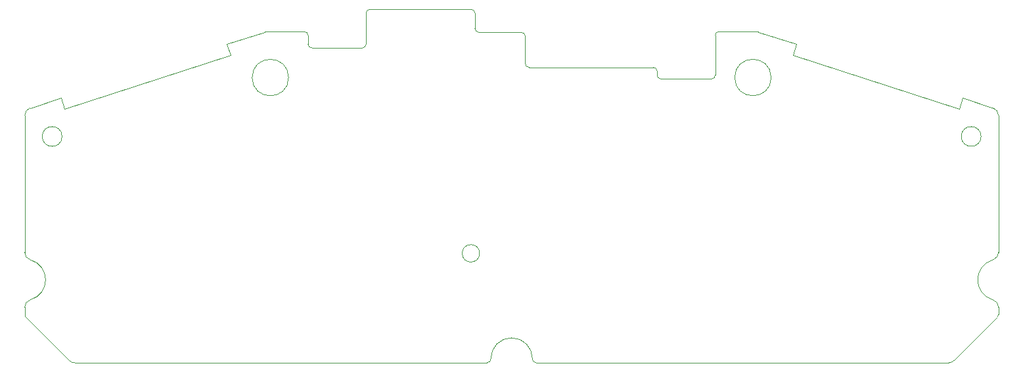
<source format=gbr>
%TF.GenerationSoftware,KiCad,Pcbnew,7.0.6*%
%TF.CreationDate,2023-09-26T11:41:46-07:00*%
%TF.ProjectId,UniSNES,556e6953-4e45-4532-9e6b-696361645f70,rev?*%
%TF.SameCoordinates,Original*%
%TF.FileFunction,Profile,NP*%
%FSLAX46Y46*%
G04 Gerber Fmt 4.6, Leading zero omitted, Abs format (unit mm)*
G04 Created by KiCad (PCBNEW 7.0.6) date 2023-09-26 11:41:46*
%MOMM*%
%LPD*%
G01*
G04 APERTURE LIST*
%TA.AperFunction,Profile*%
%ADD10C,0.100000*%
%TD*%
G04 APERTURE END LIST*
D10*
X50421245Y-29651404D02*
G75*
G03*
X50421245Y-29651404I-2350000J0D01*
G01*
X74422256Y-21333144D02*
G75*
G03*
X73922267Y-20833144I-499956J44D01*
G01*
X139652209Y-37258780D02*
G75*
G03*
X139652209Y-37258780I-1275000J0D01*
G01*
X115407472Y-26729219D02*
X115855546Y-25350187D01*
X137254318Y-32303069D02*
X136806243Y-33682101D01*
X42469700Y-25350187D02*
X47356433Y-23762391D01*
X73922267Y-20833144D02*
X60922267Y-20833144D01*
X141903259Y-59294496D02*
X141903259Y-60224496D01*
X110968809Y-23762402D02*
G75*
G03*
X110659786Y-23713448I-309009J-950798D01*
G01*
X81402979Y-28333144D02*
X97402979Y-28333144D01*
X17151382Y-58331807D02*
G75*
G03*
X17151382Y-53181413I-723872J2575197D01*
G01*
X16421987Y-60431603D02*
X22159297Y-66168913D01*
X136806243Y-33682101D02*
X115407472Y-26729219D01*
X22866404Y-66461806D02*
X75987961Y-66461806D01*
X141903259Y-52218721D02*
X141903259Y-34540144D01*
X17112968Y-33589082D02*
G75*
G03*
X16421987Y-34540144I309022J-951058D01*
G01*
X59922267Y-25833067D02*
G75*
G03*
X60422267Y-25333144I33J499967D01*
G01*
X112604001Y-29651404D02*
G75*
G03*
X112604001Y-29651404I-2350000J0D01*
G01*
X59922267Y-25833144D02*
X53423997Y-25833144D01*
X16421987Y-59294496D02*
X16421987Y-60431603D01*
X21519003Y-33682101D02*
X21070928Y-32303069D01*
X98402979Y-29833144D02*
X104915066Y-29833144D01*
X141756827Y-60578064D02*
G75*
G03*
X141903259Y-60224496I-353627J353564D01*
G01*
X105897382Y-23713487D02*
G75*
G03*
X105397390Y-24215223I-82J-499913D01*
G01*
X105897382Y-23713496D02*
X110659786Y-23713448D01*
X104915066Y-29833166D02*
G75*
G03*
X105415063Y-29331416I34J499966D01*
G01*
X74422257Y-23316443D02*
G75*
G03*
X74922267Y-23816443I500043J43D01*
G01*
X141212276Y-33589088D02*
X137254318Y-32303069D01*
X81837347Y-65954512D02*
G75*
G03*
X82337285Y-66461806I499953J-7288D01*
G01*
X81837337Y-65954512D02*
G75*
G03*
X76487909Y-65954512I-2674714J39023D01*
G01*
X21223037Y-37258780D02*
G75*
G03*
X21223037Y-37258780I-1275000J0D01*
G01*
X141756813Y-60578050D02*
X136165949Y-66168913D01*
X42917774Y-26729219D02*
X21519003Y-33682101D01*
X97902956Y-29333144D02*
G75*
G03*
X98402979Y-29833144I500144J144D01*
G01*
X60922267Y-20833067D02*
G75*
G03*
X60422267Y-21333144I33J-500033D01*
G01*
X47665460Y-23713461D02*
G75*
G03*
X47356433Y-23762391I-60J-999939D01*
G01*
X80402979Y-23816443D02*
X74922267Y-23816443D01*
X52927901Y-24215223D02*
G75*
G03*
X52427864Y-23713496I-500001J1723D01*
G01*
X141173870Y-53181433D02*
G75*
G03*
X141903259Y-52218721I-270670J962733D01*
G01*
X42469700Y-25350187D02*
X42917774Y-26729219D01*
X52923959Y-25331416D02*
G75*
G03*
X53423997Y-25833144I500041J-1684D01*
G01*
X60422267Y-21333144D02*
X60422267Y-25333144D01*
X97902956Y-28833144D02*
G75*
G03*
X97402979Y-28333144I-499856J144D01*
G01*
X52924000Y-25331416D02*
X52927856Y-24215223D01*
X105415063Y-29331416D02*
X105397390Y-24215223D01*
X75987961Y-66461761D02*
G75*
G03*
X76487908Y-65954512I39J499961D01*
G01*
X52427864Y-23713496D02*
X47665460Y-23713448D01*
X75040282Y-52341792D02*
G75*
G03*
X75040282Y-52341792I-1125000J0D01*
G01*
X17151380Y-58331800D02*
G75*
G03*
X16421987Y-59294496I270620J-962700D01*
G01*
X141173860Y-53181396D02*
G75*
G03*
X141173864Y-58331805I723840J-2575204D01*
G01*
X80903057Y-24316443D02*
G75*
G03*
X80402979Y-23816443I-500057J-57D01*
G01*
X141903271Y-34540144D02*
G75*
G03*
X141212276Y-33589088I-1000071J-56D01*
G01*
X115855546Y-25350187D02*
X110968813Y-23762391D01*
X141903315Y-59294496D02*
G75*
G03*
X141173864Y-58331807I-1000115J-104D01*
G01*
X135458842Y-66461834D02*
G75*
G03*
X136165949Y-66168913I-42J1000034D01*
G01*
X22159294Y-66168916D02*
G75*
G03*
X22866404Y-66461806I707106J707116D01*
G01*
X16421987Y-52218721D02*
X16421987Y-34540144D01*
X80902956Y-27833144D02*
G75*
G03*
X81402979Y-28333144I500044J44D01*
G01*
X74422267Y-23316443D02*
X74422267Y-21333144D01*
X17112970Y-33589088D02*
X21070928Y-32303069D01*
X80902979Y-24316443D02*
X80902979Y-27833144D01*
X97902979Y-28833144D02*
X97902979Y-29333144D01*
X82337285Y-66461806D02*
X135458842Y-66461806D01*
X16421976Y-52218721D02*
G75*
G03*
X17151382Y-53181412I1000024J21D01*
G01*
M02*

</source>
